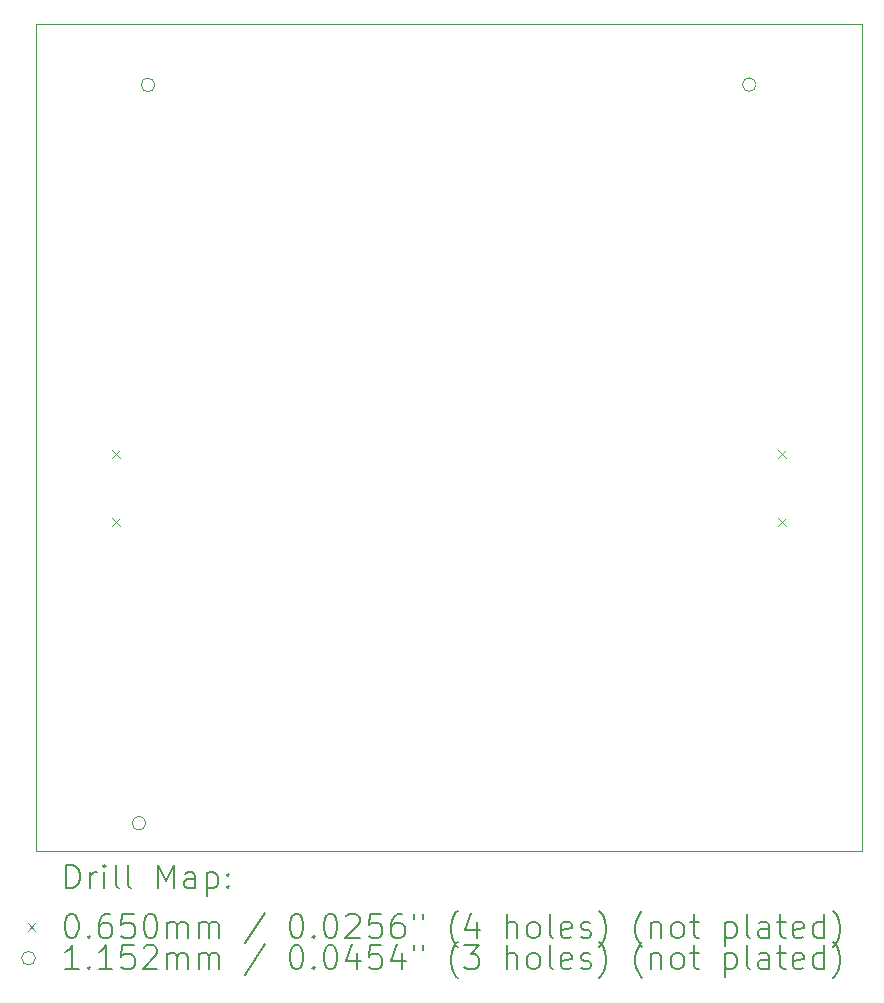
<source format=gbr>
%TF.GenerationSoftware,KiCad,Pcbnew,8.0.4*%
%TF.CreationDate,2024-09-02T22:21:59-07:00*%
%TF.ProjectId,HDMI Breakout,48444d49-2042-4726-9561-6b6f75742e6b,rev?*%
%TF.SameCoordinates,Original*%
%TF.FileFunction,Drillmap*%
%TF.FilePolarity,Positive*%
%FSLAX45Y45*%
G04 Gerber Fmt 4.5, Leading zero omitted, Abs format (unit mm)*
G04 Created by KiCad (PCBNEW 8.0.4) date 2024-09-02 22:21:59*
%MOMM*%
%LPD*%
G01*
G04 APERTURE LIST*
%ADD10C,0.050000*%
%ADD11C,0.200000*%
%ADD12C,0.100000*%
%ADD13C,0.115200*%
G04 APERTURE END LIST*
D10*
X5000000Y-5000000D02*
X12000000Y-5000000D01*
X12000000Y-12000000D01*
X5000000Y-12000000D01*
X5000000Y-5000000D01*
D11*
D12*
X5645500Y-8603500D02*
X5710500Y-8668500D01*
X5710500Y-8603500D02*
X5645500Y-8668500D01*
X5645500Y-9181500D02*
X5710500Y-9246500D01*
X5710500Y-9181500D02*
X5645500Y-9246500D01*
X11289500Y-8603500D02*
X11354500Y-8668500D01*
X11354500Y-8603500D02*
X11289500Y-8668500D01*
X11289500Y-9181500D02*
X11354500Y-9246500D01*
X11354500Y-9181500D02*
X11289500Y-9246500D01*
D13*
X5932600Y-11764000D02*
G75*
G02*
X5817400Y-11764000I-57600J0D01*
G01*
X5817400Y-11764000D02*
G75*
G02*
X5932600Y-11764000I57600J0D01*
G01*
X6008600Y-5513000D02*
G75*
G02*
X5893400Y-5513000I-57600J0D01*
G01*
X5893400Y-5513000D02*
G75*
G02*
X6008600Y-5513000I57600J0D01*
G01*
X11099600Y-5511000D02*
G75*
G02*
X10984400Y-5511000I-57600J0D01*
G01*
X10984400Y-5511000D02*
G75*
G02*
X11099600Y-5511000I57600J0D01*
G01*
D11*
X5258277Y-12313984D02*
X5258277Y-12113984D01*
X5258277Y-12113984D02*
X5305896Y-12113984D01*
X5305896Y-12113984D02*
X5334467Y-12123508D01*
X5334467Y-12123508D02*
X5353515Y-12142555D01*
X5353515Y-12142555D02*
X5363039Y-12161603D01*
X5363039Y-12161603D02*
X5372563Y-12199698D01*
X5372563Y-12199698D02*
X5372563Y-12228269D01*
X5372563Y-12228269D02*
X5363039Y-12266365D01*
X5363039Y-12266365D02*
X5353515Y-12285412D01*
X5353515Y-12285412D02*
X5334467Y-12304460D01*
X5334467Y-12304460D02*
X5305896Y-12313984D01*
X5305896Y-12313984D02*
X5258277Y-12313984D01*
X5458277Y-12313984D02*
X5458277Y-12180650D01*
X5458277Y-12218746D02*
X5467801Y-12199698D01*
X5467801Y-12199698D02*
X5477324Y-12190174D01*
X5477324Y-12190174D02*
X5496372Y-12180650D01*
X5496372Y-12180650D02*
X5515420Y-12180650D01*
X5582086Y-12313984D02*
X5582086Y-12180650D01*
X5582086Y-12113984D02*
X5572563Y-12123508D01*
X5572563Y-12123508D02*
X5582086Y-12133031D01*
X5582086Y-12133031D02*
X5591610Y-12123508D01*
X5591610Y-12123508D02*
X5582086Y-12113984D01*
X5582086Y-12113984D02*
X5582086Y-12133031D01*
X5705896Y-12313984D02*
X5686848Y-12304460D01*
X5686848Y-12304460D02*
X5677324Y-12285412D01*
X5677324Y-12285412D02*
X5677324Y-12113984D01*
X5810658Y-12313984D02*
X5791610Y-12304460D01*
X5791610Y-12304460D02*
X5782086Y-12285412D01*
X5782086Y-12285412D02*
X5782086Y-12113984D01*
X6039229Y-12313984D02*
X6039229Y-12113984D01*
X6039229Y-12113984D02*
X6105896Y-12256841D01*
X6105896Y-12256841D02*
X6172562Y-12113984D01*
X6172562Y-12113984D02*
X6172562Y-12313984D01*
X6353515Y-12313984D02*
X6353515Y-12209222D01*
X6353515Y-12209222D02*
X6343991Y-12190174D01*
X6343991Y-12190174D02*
X6324943Y-12180650D01*
X6324943Y-12180650D02*
X6286848Y-12180650D01*
X6286848Y-12180650D02*
X6267801Y-12190174D01*
X6353515Y-12304460D02*
X6334467Y-12313984D01*
X6334467Y-12313984D02*
X6286848Y-12313984D01*
X6286848Y-12313984D02*
X6267801Y-12304460D01*
X6267801Y-12304460D02*
X6258277Y-12285412D01*
X6258277Y-12285412D02*
X6258277Y-12266365D01*
X6258277Y-12266365D02*
X6267801Y-12247317D01*
X6267801Y-12247317D02*
X6286848Y-12237793D01*
X6286848Y-12237793D02*
X6334467Y-12237793D01*
X6334467Y-12237793D02*
X6353515Y-12228269D01*
X6448753Y-12180650D02*
X6448753Y-12380650D01*
X6448753Y-12190174D02*
X6467801Y-12180650D01*
X6467801Y-12180650D02*
X6505896Y-12180650D01*
X6505896Y-12180650D02*
X6524943Y-12190174D01*
X6524943Y-12190174D02*
X6534467Y-12199698D01*
X6534467Y-12199698D02*
X6543991Y-12218746D01*
X6543991Y-12218746D02*
X6543991Y-12275888D01*
X6543991Y-12275888D02*
X6534467Y-12294936D01*
X6534467Y-12294936D02*
X6524943Y-12304460D01*
X6524943Y-12304460D02*
X6505896Y-12313984D01*
X6505896Y-12313984D02*
X6467801Y-12313984D01*
X6467801Y-12313984D02*
X6448753Y-12304460D01*
X6629705Y-12294936D02*
X6639229Y-12304460D01*
X6639229Y-12304460D02*
X6629705Y-12313984D01*
X6629705Y-12313984D02*
X6620182Y-12304460D01*
X6620182Y-12304460D02*
X6629705Y-12294936D01*
X6629705Y-12294936D02*
X6629705Y-12313984D01*
X6629705Y-12190174D02*
X6639229Y-12199698D01*
X6639229Y-12199698D02*
X6629705Y-12209222D01*
X6629705Y-12209222D02*
X6620182Y-12199698D01*
X6620182Y-12199698D02*
X6629705Y-12190174D01*
X6629705Y-12190174D02*
X6629705Y-12209222D01*
D12*
X4932500Y-12610000D02*
X4997500Y-12675000D01*
X4997500Y-12610000D02*
X4932500Y-12675000D01*
D11*
X5296372Y-12533984D02*
X5315420Y-12533984D01*
X5315420Y-12533984D02*
X5334467Y-12543508D01*
X5334467Y-12543508D02*
X5343991Y-12553031D01*
X5343991Y-12553031D02*
X5353515Y-12572079D01*
X5353515Y-12572079D02*
X5363039Y-12610174D01*
X5363039Y-12610174D02*
X5363039Y-12657793D01*
X5363039Y-12657793D02*
X5353515Y-12695888D01*
X5353515Y-12695888D02*
X5343991Y-12714936D01*
X5343991Y-12714936D02*
X5334467Y-12724460D01*
X5334467Y-12724460D02*
X5315420Y-12733984D01*
X5315420Y-12733984D02*
X5296372Y-12733984D01*
X5296372Y-12733984D02*
X5277324Y-12724460D01*
X5277324Y-12724460D02*
X5267801Y-12714936D01*
X5267801Y-12714936D02*
X5258277Y-12695888D01*
X5258277Y-12695888D02*
X5248753Y-12657793D01*
X5248753Y-12657793D02*
X5248753Y-12610174D01*
X5248753Y-12610174D02*
X5258277Y-12572079D01*
X5258277Y-12572079D02*
X5267801Y-12553031D01*
X5267801Y-12553031D02*
X5277324Y-12543508D01*
X5277324Y-12543508D02*
X5296372Y-12533984D01*
X5448753Y-12714936D02*
X5458277Y-12724460D01*
X5458277Y-12724460D02*
X5448753Y-12733984D01*
X5448753Y-12733984D02*
X5439229Y-12724460D01*
X5439229Y-12724460D02*
X5448753Y-12714936D01*
X5448753Y-12714936D02*
X5448753Y-12733984D01*
X5629705Y-12533984D02*
X5591610Y-12533984D01*
X5591610Y-12533984D02*
X5572563Y-12543508D01*
X5572563Y-12543508D02*
X5563039Y-12553031D01*
X5563039Y-12553031D02*
X5543991Y-12581603D01*
X5543991Y-12581603D02*
X5534467Y-12619698D01*
X5534467Y-12619698D02*
X5534467Y-12695888D01*
X5534467Y-12695888D02*
X5543991Y-12714936D01*
X5543991Y-12714936D02*
X5553515Y-12724460D01*
X5553515Y-12724460D02*
X5572563Y-12733984D01*
X5572563Y-12733984D02*
X5610658Y-12733984D01*
X5610658Y-12733984D02*
X5629705Y-12724460D01*
X5629705Y-12724460D02*
X5639229Y-12714936D01*
X5639229Y-12714936D02*
X5648753Y-12695888D01*
X5648753Y-12695888D02*
X5648753Y-12648269D01*
X5648753Y-12648269D02*
X5639229Y-12629222D01*
X5639229Y-12629222D02*
X5629705Y-12619698D01*
X5629705Y-12619698D02*
X5610658Y-12610174D01*
X5610658Y-12610174D02*
X5572563Y-12610174D01*
X5572563Y-12610174D02*
X5553515Y-12619698D01*
X5553515Y-12619698D02*
X5543991Y-12629222D01*
X5543991Y-12629222D02*
X5534467Y-12648269D01*
X5829705Y-12533984D02*
X5734467Y-12533984D01*
X5734467Y-12533984D02*
X5724943Y-12629222D01*
X5724943Y-12629222D02*
X5734467Y-12619698D01*
X5734467Y-12619698D02*
X5753515Y-12610174D01*
X5753515Y-12610174D02*
X5801134Y-12610174D01*
X5801134Y-12610174D02*
X5820182Y-12619698D01*
X5820182Y-12619698D02*
X5829705Y-12629222D01*
X5829705Y-12629222D02*
X5839229Y-12648269D01*
X5839229Y-12648269D02*
X5839229Y-12695888D01*
X5839229Y-12695888D02*
X5829705Y-12714936D01*
X5829705Y-12714936D02*
X5820182Y-12724460D01*
X5820182Y-12724460D02*
X5801134Y-12733984D01*
X5801134Y-12733984D02*
X5753515Y-12733984D01*
X5753515Y-12733984D02*
X5734467Y-12724460D01*
X5734467Y-12724460D02*
X5724943Y-12714936D01*
X5963039Y-12533984D02*
X5982086Y-12533984D01*
X5982086Y-12533984D02*
X6001134Y-12543508D01*
X6001134Y-12543508D02*
X6010658Y-12553031D01*
X6010658Y-12553031D02*
X6020182Y-12572079D01*
X6020182Y-12572079D02*
X6029705Y-12610174D01*
X6029705Y-12610174D02*
X6029705Y-12657793D01*
X6029705Y-12657793D02*
X6020182Y-12695888D01*
X6020182Y-12695888D02*
X6010658Y-12714936D01*
X6010658Y-12714936D02*
X6001134Y-12724460D01*
X6001134Y-12724460D02*
X5982086Y-12733984D01*
X5982086Y-12733984D02*
X5963039Y-12733984D01*
X5963039Y-12733984D02*
X5943991Y-12724460D01*
X5943991Y-12724460D02*
X5934467Y-12714936D01*
X5934467Y-12714936D02*
X5924943Y-12695888D01*
X5924943Y-12695888D02*
X5915420Y-12657793D01*
X5915420Y-12657793D02*
X5915420Y-12610174D01*
X5915420Y-12610174D02*
X5924943Y-12572079D01*
X5924943Y-12572079D02*
X5934467Y-12553031D01*
X5934467Y-12553031D02*
X5943991Y-12543508D01*
X5943991Y-12543508D02*
X5963039Y-12533984D01*
X6115420Y-12733984D02*
X6115420Y-12600650D01*
X6115420Y-12619698D02*
X6124943Y-12610174D01*
X6124943Y-12610174D02*
X6143991Y-12600650D01*
X6143991Y-12600650D02*
X6172563Y-12600650D01*
X6172563Y-12600650D02*
X6191610Y-12610174D01*
X6191610Y-12610174D02*
X6201134Y-12629222D01*
X6201134Y-12629222D02*
X6201134Y-12733984D01*
X6201134Y-12629222D02*
X6210658Y-12610174D01*
X6210658Y-12610174D02*
X6229705Y-12600650D01*
X6229705Y-12600650D02*
X6258277Y-12600650D01*
X6258277Y-12600650D02*
X6277324Y-12610174D01*
X6277324Y-12610174D02*
X6286848Y-12629222D01*
X6286848Y-12629222D02*
X6286848Y-12733984D01*
X6382086Y-12733984D02*
X6382086Y-12600650D01*
X6382086Y-12619698D02*
X6391610Y-12610174D01*
X6391610Y-12610174D02*
X6410658Y-12600650D01*
X6410658Y-12600650D02*
X6439229Y-12600650D01*
X6439229Y-12600650D02*
X6458277Y-12610174D01*
X6458277Y-12610174D02*
X6467801Y-12629222D01*
X6467801Y-12629222D02*
X6467801Y-12733984D01*
X6467801Y-12629222D02*
X6477324Y-12610174D01*
X6477324Y-12610174D02*
X6496372Y-12600650D01*
X6496372Y-12600650D02*
X6524943Y-12600650D01*
X6524943Y-12600650D02*
X6543991Y-12610174D01*
X6543991Y-12610174D02*
X6553515Y-12629222D01*
X6553515Y-12629222D02*
X6553515Y-12733984D01*
X6943991Y-12524460D02*
X6772563Y-12781603D01*
X7201134Y-12533984D02*
X7220182Y-12533984D01*
X7220182Y-12533984D02*
X7239229Y-12543508D01*
X7239229Y-12543508D02*
X7248753Y-12553031D01*
X7248753Y-12553031D02*
X7258277Y-12572079D01*
X7258277Y-12572079D02*
X7267801Y-12610174D01*
X7267801Y-12610174D02*
X7267801Y-12657793D01*
X7267801Y-12657793D02*
X7258277Y-12695888D01*
X7258277Y-12695888D02*
X7248753Y-12714936D01*
X7248753Y-12714936D02*
X7239229Y-12724460D01*
X7239229Y-12724460D02*
X7220182Y-12733984D01*
X7220182Y-12733984D02*
X7201134Y-12733984D01*
X7201134Y-12733984D02*
X7182086Y-12724460D01*
X7182086Y-12724460D02*
X7172563Y-12714936D01*
X7172563Y-12714936D02*
X7163039Y-12695888D01*
X7163039Y-12695888D02*
X7153515Y-12657793D01*
X7153515Y-12657793D02*
X7153515Y-12610174D01*
X7153515Y-12610174D02*
X7163039Y-12572079D01*
X7163039Y-12572079D02*
X7172563Y-12553031D01*
X7172563Y-12553031D02*
X7182086Y-12543508D01*
X7182086Y-12543508D02*
X7201134Y-12533984D01*
X7353515Y-12714936D02*
X7363039Y-12724460D01*
X7363039Y-12724460D02*
X7353515Y-12733984D01*
X7353515Y-12733984D02*
X7343991Y-12724460D01*
X7343991Y-12724460D02*
X7353515Y-12714936D01*
X7353515Y-12714936D02*
X7353515Y-12733984D01*
X7486848Y-12533984D02*
X7505896Y-12533984D01*
X7505896Y-12533984D02*
X7524944Y-12543508D01*
X7524944Y-12543508D02*
X7534467Y-12553031D01*
X7534467Y-12553031D02*
X7543991Y-12572079D01*
X7543991Y-12572079D02*
X7553515Y-12610174D01*
X7553515Y-12610174D02*
X7553515Y-12657793D01*
X7553515Y-12657793D02*
X7543991Y-12695888D01*
X7543991Y-12695888D02*
X7534467Y-12714936D01*
X7534467Y-12714936D02*
X7524944Y-12724460D01*
X7524944Y-12724460D02*
X7505896Y-12733984D01*
X7505896Y-12733984D02*
X7486848Y-12733984D01*
X7486848Y-12733984D02*
X7467801Y-12724460D01*
X7467801Y-12724460D02*
X7458277Y-12714936D01*
X7458277Y-12714936D02*
X7448753Y-12695888D01*
X7448753Y-12695888D02*
X7439229Y-12657793D01*
X7439229Y-12657793D02*
X7439229Y-12610174D01*
X7439229Y-12610174D02*
X7448753Y-12572079D01*
X7448753Y-12572079D02*
X7458277Y-12553031D01*
X7458277Y-12553031D02*
X7467801Y-12543508D01*
X7467801Y-12543508D02*
X7486848Y-12533984D01*
X7629706Y-12553031D02*
X7639229Y-12543508D01*
X7639229Y-12543508D02*
X7658277Y-12533984D01*
X7658277Y-12533984D02*
X7705896Y-12533984D01*
X7705896Y-12533984D02*
X7724944Y-12543508D01*
X7724944Y-12543508D02*
X7734467Y-12553031D01*
X7734467Y-12553031D02*
X7743991Y-12572079D01*
X7743991Y-12572079D02*
X7743991Y-12591127D01*
X7743991Y-12591127D02*
X7734467Y-12619698D01*
X7734467Y-12619698D02*
X7620182Y-12733984D01*
X7620182Y-12733984D02*
X7743991Y-12733984D01*
X7924944Y-12533984D02*
X7829706Y-12533984D01*
X7829706Y-12533984D02*
X7820182Y-12629222D01*
X7820182Y-12629222D02*
X7829706Y-12619698D01*
X7829706Y-12619698D02*
X7848753Y-12610174D01*
X7848753Y-12610174D02*
X7896372Y-12610174D01*
X7896372Y-12610174D02*
X7915420Y-12619698D01*
X7915420Y-12619698D02*
X7924944Y-12629222D01*
X7924944Y-12629222D02*
X7934467Y-12648269D01*
X7934467Y-12648269D02*
X7934467Y-12695888D01*
X7934467Y-12695888D02*
X7924944Y-12714936D01*
X7924944Y-12714936D02*
X7915420Y-12724460D01*
X7915420Y-12724460D02*
X7896372Y-12733984D01*
X7896372Y-12733984D02*
X7848753Y-12733984D01*
X7848753Y-12733984D02*
X7829706Y-12724460D01*
X7829706Y-12724460D02*
X7820182Y-12714936D01*
X8105896Y-12533984D02*
X8067801Y-12533984D01*
X8067801Y-12533984D02*
X8048753Y-12543508D01*
X8048753Y-12543508D02*
X8039229Y-12553031D01*
X8039229Y-12553031D02*
X8020182Y-12581603D01*
X8020182Y-12581603D02*
X8010658Y-12619698D01*
X8010658Y-12619698D02*
X8010658Y-12695888D01*
X8010658Y-12695888D02*
X8020182Y-12714936D01*
X8020182Y-12714936D02*
X8029706Y-12724460D01*
X8029706Y-12724460D02*
X8048753Y-12733984D01*
X8048753Y-12733984D02*
X8086848Y-12733984D01*
X8086848Y-12733984D02*
X8105896Y-12724460D01*
X8105896Y-12724460D02*
X8115420Y-12714936D01*
X8115420Y-12714936D02*
X8124944Y-12695888D01*
X8124944Y-12695888D02*
X8124944Y-12648269D01*
X8124944Y-12648269D02*
X8115420Y-12629222D01*
X8115420Y-12629222D02*
X8105896Y-12619698D01*
X8105896Y-12619698D02*
X8086848Y-12610174D01*
X8086848Y-12610174D02*
X8048753Y-12610174D01*
X8048753Y-12610174D02*
X8029706Y-12619698D01*
X8029706Y-12619698D02*
X8020182Y-12629222D01*
X8020182Y-12629222D02*
X8010658Y-12648269D01*
X8201134Y-12533984D02*
X8201134Y-12572079D01*
X8277325Y-12533984D02*
X8277325Y-12572079D01*
X8572563Y-12810174D02*
X8563039Y-12800650D01*
X8563039Y-12800650D02*
X8543991Y-12772079D01*
X8543991Y-12772079D02*
X8534468Y-12753031D01*
X8534468Y-12753031D02*
X8524944Y-12724460D01*
X8524944Y-12724460D02*
X8515420Y-12676841D01*
X8515420Y-12676841D02*
X8515420Y-12638746D01*
X8515420Y-12638746D02*
X8524944Y-12591127D01*
X8524944Y-12591127D02*
X8534468Y-12562555D01*
X8534468Y-12562555D02*
X8543991Y-12543508D01*
X8543991Y-12543508D02*
X8563039Y-12514936D01*
X8563039Y-12514936D02*
X8572563Y-12505412D01*
X8734468Y-12600650D02*
X8734468Y-12733984D01*
X8686849Y-12524460D02*
X8639230Y-12667317D01*
X8639230Y-12667317D02*
X8763039Y-12667317D01*
X8991611Y-12733984D02*
X8991611Y-12533984D01*
X9077325Y-12733984D02*
X9077325Y-12629222D01*
X9077325Y-12629222D02*
X9067801Y-12610174D01*
X9067801Y-12610174D02*
X9048753Y-12600650D01*
X9048753Y-12600650D02*
X9020182Y-12600650D01*
X9020182Y-12600650D02*
X9001134Y-12610174D01*
X9001134Y-12610174D02*
X8991611Y-12619698D01*
X9201134Y-12733984D02*
X9182087Y-12724460D01*
X9182087Y-12724460D02*
X9172563Y-12714936D01*
X9172563Y-12714936D02*
X9163039Y-12695888D01*
X9163039Y-12695888D02*
X9163039Y-12638746D01*
X9163039Y-12638746D02*
X9172563Y-12619698D01*
X9172563Y-12619698D02*
X9182087Y-12610174D01*
X9182087Y-12610174D02*
X9201134Y-12600650D01*
X9201134Y-12600650D02*
X9229706Y-12600650D01*
X9229706Y-12600650D02*
X9248753Y-12610174D01*
X9248753Y-12610174D02*
X9258277Y-12619698D01*
X9258277Y-12619698D02*
X9267801Y-12638746D01*
X9267801Y-12638746D02*
X9267801Y-12695888D01*
X9267801Y-12695888D02*
X9258277Y-12714936D01*
X9258277Y-12714936D02*
X9248753Y-12724460D01*
X9248753Y-12724460D02*
X9229706Y-12733984D01*
X9229706Y-12733984D02*
X9201134Y-12733984D01*
X9382087Y-12733984D02*
X9363039Y-12724460D01*
X9363039Y-12724460D02*
X9353515Y-12705412D01*
X9353515Y-12705412D02*
X9353515Y-12533984D01*
X9534468Y-12724460D02*
X9515420Y-12733984D01*
X9515420Y-12733984D02*
X9477325Y-12733984D01*
X9477325Y-12733984D02*
X9458277Y-12724460D01*
X9458277Y-12724460D02*
X9448753Y-12705412D01*
X9448753Y-12705412D02*
X9448753Y-12629222D01*
X9448753Y-12629222D02*
X9458277Y-12610174D01*
X9458277Y-12610174D02*
X9477325Y-12600650D01*
X9477325Y-12600650D02*
X9515420Y-12600650D01*
X9515420Y-12600650D02*
X9534468Y-12610174D01*
X9534468Y-12610174D02*
X9543992Y-12629222D01*
X9543992Y-12629222D02*
X9543992Y-12648269D01*
X9543992Y-12648269D02*
X9448753Y-12667317D01*
X9620182Y-12724460D02*
X9639230Y-12733984D01*
X9639230Y-12733984D02*
X9677325Y-12733984D01*
X9677325Y-12733984D02*
X9696373Y-12724460D01*
X9696373Y-12724460D02*
X9705896Y-12705412D01*
X9705896Y-12705412D02*
X9705896Y-12695888D01*
X9705896Y-12695888D02*
X9696373Y-12676841D01*
X9696373Y-12676841D02*
X9677325Y-12667317D01*
X9677325Y-12667317D02*
X9648753Y-12667317D01*
X9648753Y-12667317D02*
X9629706Y-12657793D01*
X9629706Y-12657793D02*
X9620182Y-12638746D01*
X9620182Y-12638746D02*
X9620182Y-12629222D01*
X9620182Y-12629222D02*
X9629706Y-12610174D01*
X9629706Y-12610174D02*
X9648753Y-12600650D01*
X9648753Y-12600650D02*
X9677325Y-12600650D01*
X9677325Y-12600650D02*
X9696373Y-12610174D01*
X9772563Y-12810174D02*
X9782087Y-12800650D01*
X9782087Y-12800650D02*
X9801134Y-12772079D01*
X9801134Y-12772079D02*
X9810658Y-12753031D01*
X9810658Y-12753031D02*
X9820182Y-12724460D01*
X9820182Y-12724460D02*
X9829706Y-12676841D01*
X9829706Y-12676841D02*
X9829706Y-12638746D01*
X9829706Y-12638746D02*
X9820182Y-12591127D01*
X9820182Y-12591127D02*
X9810658Y-12562555D01*
X9810658Y-12562555D02*
X9801134Y-12543508D01*
X9801134Y-12543508D02*
X9782087Y-12514936D01*
X9782087Y-12514936D02*
X9772563Y-12505412D01*
X10134468Y-12810174D02*
X10124944Y-12800650D01*
X10124944Y-12800650D02*
X10105896Y-12772079D01*
X10105896Y-12772079D02*
X10096373Y-12753031D01*
X10096373Y-12753031D02*
X10086849Y-12724460D01*
X10086849Y-12724460D02*
X10077325Y-12676841D01*
X10077325Y-12676841D02*
X10077325Y-12638746D01*
X10077325Y-12638746D02*
X10086849Y-12591127D01*
X10086849Y-12591127D02*
X10096373Y-12562555D01*
X10096373Y-12562555D02*
X10105896Y-12543508D01*
X10105896Y-12543508D02*
X10124944Y-12514936D01*
X10124944Y-12514936D02*
X10134468Y-12505412D01*
X10210658Y-12600650D02*
X10210658Y-12733984D01*
X10210658Y-12619698D02*
X10220182Y-12610174D01*
X10220182Y-12610174D02*
X10239230Y-12600650D01*
X10239230Y-12600650D02*
X10267801Y-12600650D01*
X10267801Y-12600650D02*
X10286849Y-12610174D01*
X10286849Y-12610174D02*
X10296373Y-12629222D01*
X10296373Y-12629222D02*
X10296373Y-12733984D01*
X10420182Y-12733984D02*
X10401134Y-12724460D01*
X10401134Y-12724460D02*
X10391611Y-12714936D01*
X10391611Y-12714936D02*
X10382087Y-12695888D01*
X10382087Y-12695888D02*
X10382087Y-12638746D01*
X10382087Y-12638746D02*
X10391611Y-12619698D01*
X10391611Y-12619698D02*
X10401134Y-12610174D01*
X10401134Y-12610174D02*
X10420182Y-12600650D01*
X10420182Y-12600650D02*
X10448754Y-12600650D01*
X10448754Y-12600650D02*
X10467801Y-12610174D01*
X10467801Y-12610174D02*
X10477325Y-12619698D01*
X10477325Y-12619698D02*
X10486849Y-12638746D01*
X10486849Y-12638746D02*
X10486849Y-12695888D01*
X10486849Y-12695888D02*
X10477325Y-12714936D01*
X10477325Y-12714936D02*
X10467801Y-12724460D01*
X10467801Y-12724460D02*
X10448754Y-12733984D01*
X10448754Y-12733984D02*
X10420182Y-12733984D01*
X10543992Y-12600650D02*
X10620182Y-12600650D01*
X10572563Y-12533984D02*
X10572563Y-12705412D01*
X10572563Y-12705412D02*
X10582087Y-12724460D01*
X10582087Y-12724460D02*
X10601134Y-12733984D01*
X10601134Y-12733984D02*
X10620182Y-12733984D01*
X10839230Y-12600650D02*
X10839230Y-12800650D01*
X10839230Y-12610174D02*
X10858277Y-12600650D01*
X10858277Y-12600650D02*
X10896373Y-12600650D01*
X10896373Y-12600650D02*
X10915420Y-12610174D01*
X10915420Y-12610174D02*
X10924944Y-12619698D01*
X10924944Y-12619698D02*
X10934468Y-12638746D01*
X10934468Y-12638746D02*
X10934468Y-12695888D01*
X10934468Y-12695888D02*
X10924944Y-12714936D01*
X10924944Y-12714936D02*
X10915420Y-12724460D01*
X10915420Y-12724460D02*
X10896373Y-12733984D01*
X10896373Y-12733984D02*
X10858277Y-12733984D01*
X10858277Y-12733984D02*
X10839230Y-12724460D01*
X11048754Y-12733984D02*
X11029706Y-12724460D01*
X11029706Y-12724460D02*
X11020182Y-12705412D01*
X11020182Y-12705412D02*
X11020182Y-12533984D01*
X11210658Y-12733984D02*
X11210658Y-12629222D01*
X11210658Y-12629222D02*
X11201134Y-12610174D01*
X11201134Y-12610174D02*
X11182087Y-12600650D01*
X11182087Y-12600650D02*
X11143992Y-12600650D01*
X11143992Y-12600650D02*
X11124944Y-12610174D01*
X11210658Y-12724460D02*
X11191611Y-12733984D01*
X11191611Y-12733984D02*
X11143992Y-12733984D01*
X11143992Y-12733984D02*
X11124944Y-12724460D01*
X11124944Y-12724460D02*
X11115420Y-12705412D01*
X11115420Y-12705412D02*
X11115420Y-12686365D01*
X11115420Y-12686365D02*
X11124944Y-12667317D01*
X11124944Y-12667317D02*
X11143992Y-12657793D01*
X11143992Y-12657793D02*
X11191611Y-12657793D01*
X11191611Y-12657793D02*
X11210658Y-12648269D01*
X11277325Y-12600650D02*
X11353515Y-12600650D01*
X11305896Y-12533984D02*
X11305896Y-12705412D01*
X11305896Y-12705412D02*
X11315420Y-12724460D01*
X11315420Y-12724460D02*
X11334468Y-12733984D01*
X11334468Y-12733984D02*
X11353515Y-12733984D01*
X11496373Y-12724460D02*
X11477325Y-12733984D01*
X11477325Y-12733984D02*
X11439230Y-12733984D01*
X11439230Y-12733984D02*
X11420182Y-12724460D01*
X11420182Y-12724460D02*
X11410658Y-12705412D01*
X11410658Y-12705412D02*
X11410658Y-12629222D01*
X11410658Y-12629222D02*
X11420182Y-12610174D01*
X11420182Y-12610174D02*
X11439230Y-12600650D01*
X11439230Y-12600650D02*
X11477325Y-12600650D01*
X11477325Y-12600650D02*
X11496373Y-12610174D01*
X11496373Y-12610174D02*
X11505896Y-12629222D01*
X11505896Y-12629222D02*
X11505896Y-12648269D01*
X11505896Y-12648269D02*
X11410658Y-12667317D01*
X11677325Y-12733984D02*
X11677325Y-12533984D01*
X11677325Y-12724460D02*
X11658277Y-12733984D01*
X11658277Y-12733984D02*
X11620182Y-12733984D01*
X11620182Y-12733984D02*
X11601134Y-12724460D01*
X11601134Y-12724460D02*
X11591611Y-12714936D01*
X11591611Y-12714936D02*
X11582087Y-12695888D01*
X11582087Y-12695888D02*
X11582087Y-12638746D01*
X11582087Y-12638746D02*
X11591611Y-12619698D01*
X11591611Y-12619698D02*
X11601134Y-12610174D01*
X11601134Y-12610174D02*
X11620182Y-12600650D01*
X11620182Y-12600650D02*
X11658277Y-12600650D01*
X11658277Y-12600650D02*
X11677325Y-12610174D01*
X11753515Y-12810174D02*
X11763039Y-12800650D01*
X11763039Y-12800650D02*
X11782087Y-12772079D01*
X11782087Y-12772079D02*
X11791611Y-12753031D01*
X11791611Y-12753031D02*
X11801134Y-12724460D01*
X11801134Y-12724460D02*
X11810658Y-12676841D01*
X11810658Y-12676841D02*
X11810658Y-12638746D01*
X11810658Y-12638746D02*
X11801134Y-12591127D01*
X11801134Y-12591127D02*
X11791611Y-12562555D01*
X11791611Y-12562555D02*
X11782087Y-12543508D01*
X11782087Y-12543508D02*
X11763039Y-12514936D01*
X11763039Y-12514936D02*
X11753515Y-12505412D01*
D13*
X4997500Y-12906500D02*
G75*
G02*
X4882300Y-12906500I-57600J0D01*
G01*
X4882300Y-12906500D02*
G75*
G02*
X4997500Y-12906500I57600J0D01*
G01*
D11*
X5363039Y-12997984D02*
X5248753Y-12997984D01*
X5305896Y-12997984D02*
X5305896Y-12797984D01*
X5305896Y-12797984D02*
X5286848Y-12826555D01*
X5286848Y-12826555D02*
X5267801Y-12845603D01*
X5267801Y-12845603D02*
X5248753Y-12855127D01*
X5448753Y-12978936D02*
X5458277Y-12988460D01*
X5458277Y-12988460D02*
X5448753Y-12997984D01*
X5448753Y-12997984D02*
X5439229Y-12988460D01*
X5439229Y-12988460D02*
X5448753Y-12978936D01*
X5448753Y-12978936D02*
X5448753Y-12997984D01*
X5648753Y-12997984D02*
X5534467Y-12997984D01*
X5591610Y-12997984D02*
X5591610Y-12797984D01*
X5591610Y-12797984D02*
X5572563Y-12826555D01*
X5572563Y-12826555D02*
X5553515Y-12845603D01*
X5553515Y-12845603D02*
X5534467Y-12855127D01*
X5829705Y-12797984D02*
X5734467Y-12797984D01*
X5734467Y-12797984D02*
X5724943Y-12893222D01*
X5724943Y-12893222D02*
X5734467Y-12883698D01*
X5734467Y-12883698D02*
X5753515Y-12874174D01*
X5753515Y-12874174D02*
X5801134Y-12874174D01*
X5801134Y-12874174D02*
X5820182Y-12883698D01*
X5820182Y-12883698D02*
X5829705Y-12893222D01*
X5829705Y-12893222D02*
X5839229Y-12912269D01*
X5839229Y-12912269D02*
X5839229Y-12959888D01*
X5839229Y-12959888D02*
X5829705Y-12978936D01*
X5829705Y-12978936D02*
X5820182Y-12988460D01*
X5820182Y-12988460D02*
X5801134Y-12997984D01*
X5801134Y-12997984D02*
X5753515Y-12997984D01*
X5753515Y-12997984D02*
X5734467Y-12988460D01*
X5734467Y-12988460D02*
X5724943Y-12978936D01*
X5915420Y-12817031D02*
X5924943Y-12807508D01*
X5924943Y-12807508D02*
X5943991Y-12797984D01*
X5943991Y-12797984D02*
X5991610Y-12797984D01*
X5991610Y-12797984D02*
X6010658Y-12807508D01*
X6010658Y-12807508D02*
X6020182Y-12817031D01*
X6020182Y-12817031D02*
X6029705Y-12836079D01*
X6029705Y-12836079D02*
X6029705Y-12855127D01*
X6029705Y-12855127D02*
X6020182Y-12883698D01*
X6020182Y-12883698D02*
X5905896Y-12997984D01*
X5905896Y-12997984D02*
X6029705Y-12997984D01*
X6115420Y-12997984D02*
X6115420Y-12864650D01*
X6115420Y-12883698D02*
X6124943Y-12874174D01*
X6124943Y-12874174D02*
X6143991Y-12864650D01*
X6143991Y-12864650D02*
X6172563Y-12864650D01*
X6172563Y-12864650D02*
X6191610Y-12874174D01*
X6191610Y-12874174D02*
X6201134Y-12893222D01*
X6201134Y-12893222D02*
X6201134Y-12997984D01*
X6201134Y-12893222D02*
X6210658Y-12874174D01*
X6210658Y-12874174D02*
X6229705Y-12864650D01*
X6229705Y-12864650D02*
X6258277Y-12864650D01*
X6258277Y-12864650D02*
X6277324Y-12874174D01*
X6277324Y-12874174D02*
X6286848Y-12893222D01*
X6286848Y-12893222D02*
X6286848Y-12997984D01*
X6382086Y-12997984D02*
X6382086Y-12864650D01*
X6382086Y-12883698D02*
X6391610Y-12874174D01*
X6391610Y-12874174D02*
X6410658Y-12864650D01*
X6410658Y-12864650D02*
X6439229Y-12864650D01*
X6439229Y-12864650D02*
X6458277Y-12874174D01*
X6458277Y-12874174D02*
X6467801Y-12893222D01*
X6467801Y-12893222D02*
X6467801Y-12997984D01*
X6467801Y-12893222D02*
X6477324Y-12874174D01*
X6477324Y-12874174D02*
X6496372Y-12864650D01*
X6496372Y-12864650D02*
X6524943Y-12864650D01*
X6524943Y-12864650D02*
X6543991Y-12874174D01*
X6543991Y-12874174D02*
X6553515Y-12893222D01*
X6553515Y-12893222D02*
X6553515Y-12997984D01*
X6943991Y-12788460D02*
X6772563Y-13045603D01*
X7201134Y-12797984D02*
X7220182Y-12797984D01*
X7220182Y-12797984D02*
X7239229Y-12807508D01*
X7239229Y-12807508D02*
X7248753Y-12817031D01*
X7248753Y-12817031D02*
X7258277Y-12836079D01*
X7258277Y-12836079D02*
X7267801Y-12874174D01*
X7267801Y-12874174D02*
X7267801Y-12921793D01*
X7267801Y-12921793D02*
X7258277Y-12959888D01*
X7258277Y-12959888D02*
X7248753Y-12978936D01*
X7248753Y-12978936D02*
X7239229Y-12988460D01*
X7239229Y-12988460D02*
X7220182Y-12997984D01*
X7220182Y-12997984D02*
X7201134Y-12997984D01*
X7201134Y-12997984D02*
X7182086Y-12988460D01*
X7182086Y-12988460D02*
X7172563Y-12978936D01*
X7172563Y-12978936D02*
X7163039Y-12959888D01*
X7163039Y-12959888D02*
X7153515Y-12921793D01*
X7153515Y-12921793D02*
X7153515Y-12874174D01*
X7153515Y-12874174D02*
X7163039Y-12836079D01*
X7163039Y-12836079D02*
X7172563Y-12817031D01*
X7172563Y-12817031D02*
X7182086Y-12807508D01*
X7182086Y-12807508D02*
X7201134Y-12797984D01*
X7353515Y-12978936D02*
X7363039Y-12988460D01*
X7363039Y-12988460D02*
X7353515Y-12997984D01*
X7353515Y-12997984D02*
X7343991Y-12988460D01*
X7343991Y-12988460D02*
X7353515Y-12978936D01*
X7353515Y-12978936D02*
X7353515Y-12997984D01*
X7486848Y-12797984D02*
X7505896Y-12797984D01*
X7505896Y-12797984D02*
X7524944Y-12807508D01*
X7524944Y-12807508D02*
X7534467Y-12817031D01*
X7534467Y-12817031D02*
X7543991Y-12836079D01*
X7543991Y-12836079D02*
X7553515Y-12874174D01*
X7553515Y-12874174D02*
X7553515Y-12921793D01*
X7553515Y-12921793D02*
X7543991Y-12959888D01*
X7543991Y-12959888D02*
X7534467Y-12978936D01*
X7534467Y-12978936D02*
X7524944Y-12988460D01*
X7524944Y-12988460D02*
X7505896Y-12997984D01*
X7505896Y-12997984D02*
X7486848Y-12997984D01*
X7486848Y-12997984D02*
X7467801Y-12988460D01*
X7467801Y-12988460D02*
X7458277Y-12978936D01*
X7458277Y-12978936D02*
X7448753Y-12959888D01*
X7448753Y-12959888D02*
X7439229Y-12921793D01*
X7439229Y-12921793D02*
X7439229Y-12874174D01*
X7439229Y-12874174D02*
X7448753Y-12836079D01*
X7448753Y-12836079D02*
X7458277Y-12817031D01*
X7458277Y-12817031D02*
X7467801Y-12807508D01*
X7467801Y-12807508D02*
X7486848Y-12797984D01*
X7724944Y-12864650D02*
X7724944Y-12997984D01*
X7677325Y-12788460D02*
X7629706Y-12931317D01*
X7629706Y-12931317D02*
X7753515Y-12931317D01*
X7924944Y-12797984D02*
X7829706Y-12797984D01*
X7829706Y-12797984D02*
X7820182Y-12893222D01*
X7820182Y-12893222D02*
X7829706Y-12883698D01*
X7829706Y-12883698D02*
X7848753Y-12874174D01*
X7848753Y-12874174D02*
X7896372Y-12874174D01*
X7896372Y-12874174D02*
X7915420Y-12883698D01*
X7915420Y-12883698D02*
X7924944Y-12893222D01*
X7924944Y-12893222D02*
X7934467Y-12912269D01*
X7934467Y-12912269D02*
X7934467Y-12959888D01*
X7934467Y-12959888D02*
X7924944Y-12978936D01*
X7924944Y-12978936D02*
X7915420Y-12988460D01*
X7915420Y-12988460D02*
X7896372Y-12997984D01*
X7896372Y-12997984D02*
X7848753Y-12997984D01*
X7848753Y-12997984D02*
X7829706Y-12988460D01*
X7829706Y-12988460D02*
X7820182Y-12978936D01*
X8105896Y-12864650D02*
X8105896Y-12997984D01*
X8058277Y-12788460D02*
X8010658Y-12931317D01*
X8010658Y-12931317D02*
X8134467Y-12931317D01*
X8201134Y-12797984D02*
X8201134Y-12836079D01*
X8277325Y-12797984D02*
X8277325Y-12836079D01*
X8572563Y-13074174D02*
X8563039Y-13064650D01*
X8563039Y-13064650D02*
X8543991Y-13036079D01*
X8543991Y-13036079D02*
X8534468Y-13017031D01*
X8534468Y-13017031D02*
X8524944Y-12988460D01*
X8524944Y-12988460D02*
X8515420Y-12940841D01*
X8515420Y-12940841D02*
X8515420Y-12902746D01*
X8515420Y-12902746D02*
X8524944Y-12855127D01*
X8524944Y-12855127D02*
X8534468Y-12826555D01*
X8534468Y-12826555D02*
X8543991Y-12807508D01*
X8543991Y-12807508D02*
X8563039Y-12778936D01*
X8563039Y-12778936D02*
X8572563Y-12769412D01*
X8629706Y-12797984D02*
X8753515Y-12797984D01*
X8753515Y-12797984D02*
X8686849Y-12874174D01*
X8686849Y-12874174D02*
X8715420Y-12874174D01*
X8715420Y-12874174D02*
X8734468Y-12883698D01*
X8734468Y-12883698D02*
X8743991Y-12893222D01*
X8743991Y-12893222D02*
X8753515Y-12912269D01*
X8753515Y-12912269D02*
X8753515Y-12959888D01*
X8753515Y-12959888D02*
X8743991Y-12978936D01*
X8743991Y-12978936D02*
X8734468Y-12988460D01*
X8734468Y-12988460D02*
X8715420Y-12997984D01*
X8715420Y-12997984D02*
X8658277Y-12997984D01*
X8658277Y-12997984D02*
X8639230Y-12988460D01*
X8639230Y-12988460D02*
X8629706Y-12978936D01*
X8991611Y-12997984D02*
X8991611Y-12797984D01*
X9077325Y-12997984D02*
X9077325Y-12893222D01*
X9077325Y-12893222D02*
X9067801Y-12874174D01*
X9067801Y-12874174D02*
X9048753Y-12864650D01*
X9048753Y-12864650D02*
X9020182Y-12864650D01*
X9020182Y-12864650D02*
X9001134Y-12874174D01*
X9001134Y-12874174D02*
X8991611Y-12883698D01*
X9201134Y-12997984D02*
X9182087Y-12988460D01*
X9182087Y-12988460D02*
X9172563Y-12978936D01*
X9172563Y-12978936D02*
X9163039Y-12959888D01*
X9163039Y-12959888D02*
X9163039Y-12902746D01*
X9163039Y-12902746D02*
X9172563Y-12883698D01*
X9172563Y-12883698D02*
X9182087Y-12874174D01*
X9182087Y-12874174D02*
X9201134Y-12864650D01*
X9201134Y-12864650D02*
X9229706Y-12864650D01*
X9229706Y-12864650D02*
X9248753Y-12874174D01*
X9248753Y-12874174D02*
X9258277Y-12883698D01*
X9258277Y-12883698D02*
X9267801Y-12902746D01*
X9267801Y-12902746D02*
X9267801Y-12959888D01*
X9267801Y-12959888D02*
X9258277Y-12978936D01*
X9258277Y-12978936D02*
X9248753Y-12988460D01*
X9248753Y-12988460D02*
X9229706Y-12997984D01*
X9229706Y-12997984D02*
X9201134Y-12997984D01*
X9382087Y-12997984D02*
X9363039Y-12988460D01*
X9363039Y-12988460D02*
X9353515Y-12969412D01*
X9353515Y-12969412D02*
X9353515Y-12797984D01*
X9534468Y-12988460D02*
X9515420Y-12997984D01*
X9515420Y-12997984D02*
X9477325Y-12997984D01*
X9477325Y-12997984D02*
X9458277Y-12988460D01*
X9458277Y-12988460D02*
X9448753Y-12969412D01*
X9448753Y-12969412D02*
X9448753Y-12893222D01*
X9448753Y-12893222D02*
X9458277Y-12874174D01*
X9458277Y-12874174D02*
X9477325Y-12864650D01*
X9477325Y-12864650D02*
X9515420Y-12864650D01*
X9515420Y-12864650D02*
X9534468Y-12874174D01*
X9534468Y-12874174D02*
X9543992Y-12893222D01*
X9543992Y-12893222D02*
X9543992Y-12912269D01*
X9543992Y-12912269D02*
X9448753Y-12931317D01*
X9620182Y-12988460D02*
X9639230Y-12997984D01*
X9639230Y-12997984D02*
X9677325Y-12997984D01*
X9677325Y-12997984D02*
X9696373Y-12988460D01*
X9696373Y-12988460D02*
X9705896Y-12969412D01*
X9705896Y-12969412D02*
X9705896Y-12959888D01*
X9705896Y-12959888D02*
X9696373Y-12940841D01*
X9696373Y-12940841D02*
X9677325Y-12931317D01*
X9677325Y-12931317D02*
X9648753Y-12931317D01*
X9648753Y-12931317D02*
X9629706Y-12921793D01*
X9629706Y-12921793D02*
X9620182Y-12902746D01*
X9620182Y-12902746D02*
X9620182Y-12893222D01*
X9620182Y-12893222D02*
X9629706Y-12874174D01*
X9629706Y-12874174D02*
X9648753Y-12864650D01*
X9648753Y-12864650D02*
X9677325Y-12864650D01*
X9677325Y-12864650D02*
X9696373Y-12874174D01*
X9772563Y-13074174D02*
X9782087Y-13064650D01*
X9782087Y-13064650D02*
X9801134Y-13036079D01*
X9801134Y-13036079D02*
X9810658Y-13017031D01*
X9810658Y-13017031D02*
X9820182Y-12988460D01*
X9820182Y-12988460D02*
X9829706Y-12940841D01*
X9829706Y-12940841D02*
X9829706Y-12902746D01*
X9829706Y-12902746D02*
X9820182Y-12855127D01*
X9820182Y-12855127D02*
X9810658Y-12826555D01*
X9810658Y-12826555D02*
X9801134Y-12807508D01*
X9801134Y-12807508D02*
X9782087Y-12778936D01*
X9782087Y-12778936D02*
X9772563Y-12769412D01*
X10134468Y-13074174D02*
X10124944Y-13064650D01*
X10124944Y-13064650D02*
X10105896Y-13036079D01*
X10105896Y-13036079D02*
X10096373Y-13017031D01*
X10096373Y-13017031D02*
X10086849Y-12988460D01*
X10086849Y-12988460D02*
X10077325Y-12940841D01*
X10077325Y-12940841D02*
X10077325Y-12902746D01*
X10077325Y-12902746D02*
X10086849Y-12855127D01*
X10086849Y-12855127D02*
X10096373Y-12826555D01*
X10096373Y-12826555D02*
X10105896Y-12807508D01*
X10105896Y-12807508D02*
X10124944Y-12778936D01*
X10124944Y-12778936D02*
X10134468Y-12769412D01*
X10210658Y-12864650D02*
X10210658Y-12997984D01*
X10210658Y-12883698D02*
X10220182Y-12874174D01*
X10220182Y-12874174D02*
X10239230Y-12864650D01*
X10239230Y-12864650D02*
X10267801Y-12864650D01*
X10267801Y-12864650D02*
X10286849Y-12874174D01*
X10286849Y-12874174D02*
X10296373Y-12893222D01*
X10296373Y-12893222D02*
X10296373Y-12997984D01*
X10420182Y-12997984D02*
X10401134Y-12988460D01*
X10401134Y-12988460D02*
X10391611Y-12978936D01*
X10391611Y-12978936D02*
X10382087Y-12959888D01*
X10382087Y-12959888D02*
X10382087Y-12902746D01*
X10382087Y-12902746D02*
X10391611Y-12883698D01*
X10391611Y-12883698D02*
X10401134Y-12874174D01*
X10401134Y-12874174D02*
X10420182Y-12864650D01*
X10420182Y-12864650D02*
X10448754Y-12864650D01*
X10448754Y-12864650D02*
X10467801Y-12874174D01*
X10467801Y-12874174D02*
X10477325Y-12883698D01*
X10477325Y-12883698D02*
X10486849Y-12902746D01*
X10486849Y-12902746D02*
X10486849Y-12959888D01*
X10486849Y-12959888D02*
X10477325Y-12978936D01*
X10477325Y-12978936D02*
X10467801Y-12988460D01*
X10467801Y-12988460D02*
X10448754Y-12997984D01*
X10448754Y-12997984D02*
X10420182Y-12997984D01*
X10543992Y-12864650D02*
X10620182Y-12864650D01*
X10572563Y-12797984D02*
X10572563Y-12969412D01*
X10572563Y-12969412D02*
X10582087Y-12988460D01*
X10582087Y-12988460D02*
X10601134Y-12997984D01*
X10601134Y-12997984D02*
X10620182Y-12997984D01*
X10839230Y-12864650D02*
X10839230Y-13064650D01*
X10839230Y-12874174D02*
X10858277Y-12864650D01*
X10858277Y-12864650D02*
X10896373Y-12864650D01*
X10896373Y-12864650D02*
X10915420Y-12874174D01*
X10915420Y-12874174D02*
X10924944Y-12883698D01*
X10924944Y-12883698D02*
X10934468Y-12902746D01*
X10934468Y-12902746D02*
X10934468Y-12959888D01*
X10934468Y-12959888D02*
X10924944Y-12978936D01*
X10924944Y-12978936D02*
X10915420Y-12988460D01*
X10915420Y-12988460D02*
X10896373Y-12997984D01*
X10896373Y-12997984D02*
X10858277Y-12997984D01*
X10858277Y-12997984D02*
X10839230Y-12988460D01*
X11048754Y-12997984D02*
X11029706Y-12988460D01*
X11029706Y-12988460D02*
X11020182Y-12969412D01*
X11020182Y-12969412D02*
X11020182Y-12797984D01*
X11210658Y-12997984D02*
X11210658Y-12893222D01*
X11210658Y-12893222D02*
X11201134Y-12874174D01*
X11201134Y-12874174D02*
X11182087Y-12864650D01*
X11182087Y-12864650D02*
X11143992Y-12864650D01*
X11143992Y-12864650D02*
X11124944Y-12874174D01*
X11210658Y-12988460D02*
X11191611Y-12997984D01*
X11191611Y-12997984D02*
X11143992Y-12997984D01*
X11143992Y-12997984D02*
X11124944Y-12988460D01*
X11124944Y-12988460D02*
X11115420Y-12969412D01*
X11115420Y-12969412D02*
X11115420Y-12950365D01*
X11115420Y-12950365D02*
X11124944Y-12931317D01*
X11124944Y-12931317D02*
X11143992Y-12921793D01*
X11143992Y-12921793D02*
X11191611Y-12921793D01*
X11191611Y-12921793D02*
X11210658Y-12912269D01*
X11277325Y-12864650D02*
X11353515Y-12864650D01*
X11305896Y-12797984D02*
X11305896Y-12969412D01*
X11305896Y-12969412D02*
X11315420Y-12988460D01*
X11315420Y-12988460D02*
X11334468Y-12997984D01*
X11334468Y-12997984D02*
X11353515Y-12997984D01*
X11496373Y-12988460D02*
X11477325Y-12997984D01*
X11477325Y-12997984D02*
X11439230Y-12997984D01*
X11439230Y-12997984D02*
X11420182Y-12988460D01*
X11420182Y-12988460D02*
X11410658Y-12969412D01*
X11410658Y-12969412D02*
X11410658Y-12893222D01*
X11410658Y-12893222D02*
X11420182Y-12874174D01*
X11420182Y-12874174D02*
X11439230Y-12864650D01*
X11439230Y-12864650D02*
X11477325Y-12864650D01*
X11477325Y-12864650D02*
X11496373Y-12874174D01*
X11496373Y-12874174D02*
X11505896Y-12893222D01*
X11505896Y-12893222D02*
X11505896Y-12912269D01*
X11505896Y-12912269D02*
X11410658Y-12931317D01*
X11677325Y-12997984D02*
X11677325Y-12797984D01*
X11677325Y-12988460D02*
X11658277Y-12997984D01*
X11658277Y-12997984D02*
X11620182Y-12997984D01*
X11620182Y-12997984D02*
X11601134Y-12988460D01*
X11601134Y-12988460D02*
X11591611Y-12978936D01*
X11591611Y-12978936D02*
X11582087Y-12959888D01*
X11582087Y-12959888D02*
X11582087Y-12902746D01*
X11582087Y-12902746D02*
X11591611Y-12883698D01*
X11591611Y-12883698D02*
X11601134Y-12874174D01*
X11601134Y-12874174D02*
X11620182Y-12864650D01*
X11620182Y-12864650D02*
X11658277Y-12864650D01*
X11658277Y-12864650D02*
X11677325Y-12874174D01*
X11753515Y-13074174D02*
X11763039Y-13064650D01*
X11763039Y-13064650D02*
X11782087Y-13036079D01*
X11782087Y-13036079D02*
X11791611Y-13017031D01*
X11791611Y-13017031D02*
X11801134Y-12988460D01*
X11801134Y-12988460D02*
X11810658Y-12940841D01*
X11810658Y-12940841D02*
X11810658Y-12902746D01*
X11810658Y-12902746D02*
X11801134Y-12855127D01*
X11801134Y-12855127D02*
X11791611Y-12826555D01*
X11791611Y-12826555D02*
X11782087Y-12807508D01*
X11782087Y-12807508D02*
X11763039Y-12778936D01*
X11763039Y-12778936D02*
X11753515Y-12769412D01*
M02*

</source>
